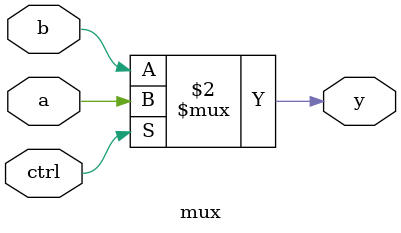
<source format=v>
module mux (input a, b, ctrl, output reg y);
    always @(*) begin
        y = ctrl ? a : b;
    end
endmodule

//module mux (input a, b, ctrl, clk, output reg y);
//    always @(posedge clk) begin
//        y <= ctrl ? a : b;
//    end
//endmodule


</source>
